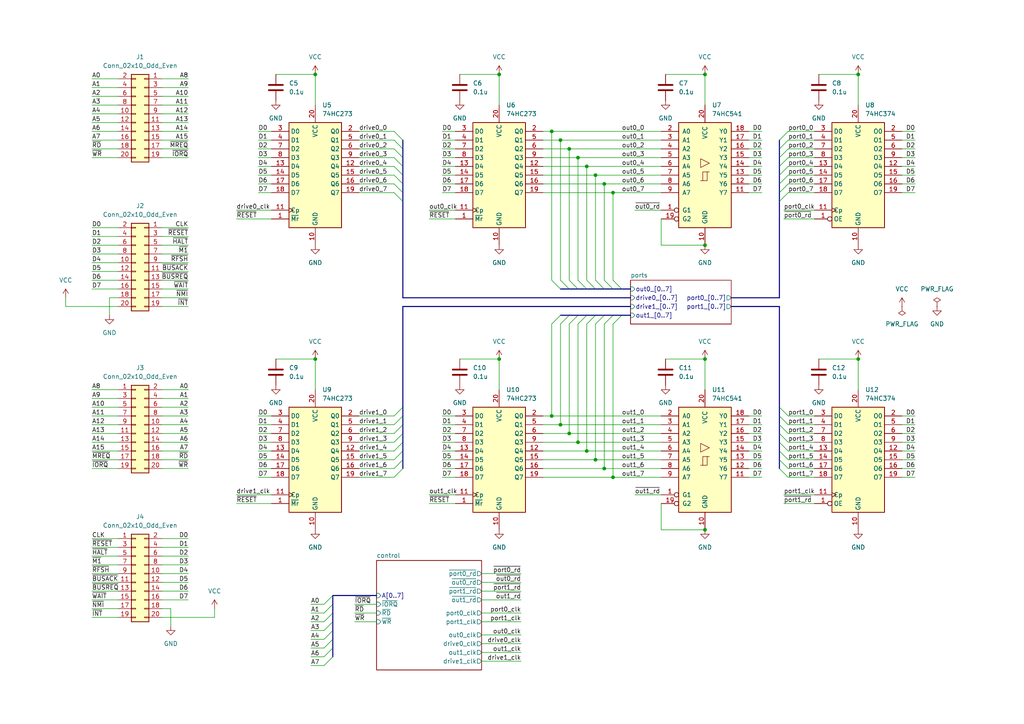
<source format=kicad_sch>
(kicad_sch (version 20211123) (generator eeschema)
  (paper "A4")
  (title_block (title "GPIO Board for Z80") (rev "v1.0"))
  (lib_symbols
    (symbol "74xx:74HC273"
      (property "Reference" "U" (at -7.62 16.51 0))
      (property "Value" "74HC273" (at -7.62 -16.51 0))
      (symbol "74HC273_1_0"
        (pin input line (at -12.7 -12.7 0) (length 5.08) (name "~{Mr}") (number "1"))
        (pin power_in line (at 0 -20.32 90) (length 5.08) (name "GND") (number "10"))
        (pin input clock (at -12.7 -10.16 0) (length 5.08) (name "Cp") (number "11"))
        (pin output line (at 12.7 2.54 180) (length 5.08) (name "Q4") (number "12"))
        (pin input line (at -12.7 2.54 0) (length 5.08) (name "D4") (number "13"))
        (pin input line (at -12.7 0 0) (length 5.08) (name "D5") (number "14"))
        (pin output line (at 12.7 0 180) (length 5.08) (name "Q5") (number "15"))
        (pin output line (at 12.7 -2.54 180) (length 5.08) (name "Q6") (number "16"))
        (pin input line (at -12.7 -2.54 0) (length 5.08) (name "D6") (number "17"))
        (pin input line (at -12.7 -5.08 0) (length 5.08) (name "D7") (number "18"))
        (pin output line (at 12.7 -5.08 180) (length 5.08) (name "Q7") (number "19"))
        (pin output line (at 12.7 12.7 180) (length 5.08) (name "Q0") (number "2"))
        (pin power_in line (at 0 20.32 270) (length 5.08) (name "VCC") (number "20"))
        (pin input line (at -12.7 12.7 0) (length 5.08) (name "D0") (number "3"))
        (pin input line (at -12.7 10.16 0) (length 5.08) (name "D1") (number "4"))
        (pin output line (at 12.7 10.16 180) (length 5.08) (name "Q1") (number "5"))
        (pin output line (at 12.7 7.62 180) (length 5.08) (name "Q2") (number "6"))
        (pin input line (at -12.7 7.62 0) (length 5.08) (name "D2") (number "7"))
        (pin input line (at -12.7 5.08 0) (length 5.08) (name "D3") (number "8"))
        (pin output line (at 12.7 5.08 180) (length 5.08) (name "Q3") (number "9"))
      )
    )
    (symbol "74xx:74HC374"
      (property "Reference" "U" (at -7.62 16.51 0))
      (property "Value" "74HC374" (at -7.62 -16.51 0))
      (symbol "74HC374_1_0"
        (pin input inverted (at -12.7 -12.7 0) (length 5.08) (name "OE") (number "1"))
        (pin power_in line (at 0 -20.32 90) (length 5.08) (name "GND") (number "10"))
        (pin input clock (at -12.7 -10.16 0) (length 5.08) (name "Cp") (number "11"))
        (pin tri_state line (at 12.7 2.54 180) (length 5.08) (name "O4") (number "12"))
        (pin input line (at -12.7 2.54 0) (length 5.08) (name "D4") (number "13"))
        (pin input line (at -12.7 0 0) (length 5.08) (name "D5") (number "14"))
        (pin tri_state line (at 12.7 0 180) (length 5.08) (name "O5") (number "15"))
        (pin tri_state line (at 12.7 -2.54 180) (length 5.08) (name "O6") (number "16"))
        (pin input line (at -12.7 -2.54 0) (length 5.08) (name "D6") (number "17"))
        (pin input line (at -12.7 -5.08 0) (length 5.08) (name "D7") (number "18"))
        (pin tri_state line (at 12.7 -5.08 180) (length 5.08) (name "O7") (number "19"))
        (pin tri_state line (at 12.7 12.7 180) (length 5.08) (name "O0") (number "2"))
        (pin power_in line (at 0 20.32 270) (length 5.08) (name "VCC") (number "20"))
        (pin input line (at -12.7 12.7 0) (length 5.08) (name "D0") (number "3"))
        (pin input line (at -12.7 10.16 0) (length 5.08) (name "D1") (number "4"))
        (pin tri_state line (at 12.7 10.16 180) (length 5.08) (name "O1") (number "5"))
        (pin tri_state line (at 12.7 7.62 180) (length 5.08) (name "O2") (number "6"))
        (pin input line (at -12.7 7.62 0) (length 5.08) (name "D2") (number "7"))
        (pin input line (at -12.7 5.08 0) (length 5.08) (name "D3") (number "8"))
        (pin tri_state line (at 12.7 5.08 180) (length 5.08) (name "O3") (number "9"))
      )
    )
    (symbol "74xx:74LS541" (pin_names (offset 1.016))
      (property "Reference" "U" (at -7.62 16.51 0))
      (property "Value" "74LS541" (at -7.62 -16.51 0))
      (symbol "74LS541_1_0"
        (pin input inverted (at -12.7 -10.16 0) (length 5.08) (name "G1") (number "1"))
        (pin power_in line (at 0 -20.32 90) (length 5.08) (name "GND") (number "10"))
        (pin tri_state line (at 12.7 -5.08 180) (length 5.08) (name "Y7") (number "11"))
        (pin tri_state line (at 12.7 -2.54 180) (length 5.08) (name "Y6") (number "12"))
        (pin tri_state line (at 12.7 0 180) (length 5.08) (name "Y5") (number "13"))
        (pin tri_state line (at 12.7 2.54 180) (length 5.08) (name "Y4") (number "14"))
        (pin tri_state line (at 12.7 5.08 180) (length 5.08) (name "Y3") (number "15"))
        (pin tri_state line (at 12.7 7.62 180) (length 5.08) (name "Y2") (number "16"))
        (pin tri_state line (at 12.7 10.16 180) (length 5.08) (name "Y1") (number "17"))
        (pin tri_state line (at 12.7 12.7 180) (length 5.08) (name "Y0") (number "18"))
        (pin input inverted (at -12.7 -12.7 0) (length 5.08) (name "G2") (number "19"))
        (pin input line (at -12.7 12.7 0) (length 5.08) (name "A0") (number "2"))
        (pin power_in line (at 0 20.32 270) (length 5.08) (name "VCC") (number "20"))
        (pin input line (at -12.7 10.16 0) (length 5.08) (name "A1") (number "3"))
        (pin input line (at -12.7 7.62 0) (length 5.08) (name "A2") (number "4"))
        (pin input line (at -12.7 5.08 0) (length 5.08) (name "A3") (number "5"))
        (pin input line (at -12.7 2.54 0) (length 5.08) (name "A4") (number "6"))
        (pin input line (at -12.7 0 0) (length 5.08) (name "A5") (number "7"))
        (pin input line (at -12.7 -2.54 0) (length 5.08) (name "A6") (number "8"))
        (pin input line (at -12.7 -5.08 0) (length 5.08) (name "A7") (number "9"))
      )
    )
    (symbol "Connector_Generic:Conn_02x10_Odd_Even" (pin_names (offset 1.016) hide)
      (property "Reference" "J" (at 1.27 12.7 0))
      (property "Value" "Conn_02x10_Odd_Even" (at 1.27 -15.24 0))
      (symbol "Conn_02x10_Odd_Even_1_1"
        (pin passive line (at -5.08 10.16 0) (length 3.81) (name "Pin_1") (number "1"))
        (pin passive line (at 7.62 0 180) (length 3.81) (name "Pin_10") (number "10"))
        (pin passive line (at -5.08 -2.54 0) (length 3.81) (name "Pin_11") (number "11"))
        (pin passive line (at 7.62 -2.54 180) (length 3.81) (name "Pin_12") (number "12"))
        (pin passive line (at -5.08 -5.08 0) (length 3.81) (name "Pin_13") (number "13"))
        (pin passive line (at 7.62 -5.08 180) (length 3.81) (name "Pin_14") (number "14"))
        (pin passive line (at -5.08 -7.62 0) (length 3.81) (name "Pin_15") (number "15"))
        (pin passive line (at 7.62 -7.62 180) (length 3.81) (name "Pin_16") (number "16"))
        (pin passive line (at -5.08 -10.16 0) (length 3.81) (name "Pin_17") (number "17"))
        (pin passive line (at 7.62 -10.16 180) (length 3.81) (name "Pin_18") (number "18"))
        (pin passive line (at -5.08 -12.7 0) (length 3.81) (name "Pin_19") (number "19"))
        (pin passive line (at 7.62 10.16 180) (length 3.81) (name "Pin_2") (number "2"))
        (pin passive line (at 7.62 -12.7 180) (length 3.81) (name "Pin_20") (number "20"))
        (pin passive line (at -5.08 7.62 0) (length 3.81) (name "Pin_3") (number "3"))
        (pin passive line (at 7.62 7.62 180) (length 3.81) (name "Pin_4") (number "4"))
        (pin passive line (at -5.08 5.08 0) (length 3.81) (name "Pin_5") (number "5"))
        (pin passive line (at 7.62 5.08 180) (length 3.81) (name "Pin_6") (number "6"))
        (pin passive line (at -5.08 2.54 0) (length 3.81) (name "Pin_7") (number "7"))
        (pin passive line (at 7.62 2.54 180) (length 3.81) (name "Pin_8") (number "8"))
        (pin passive line (at -5.08 0 0) (length 3.81) (name "Pin_9") (number "9"))
      )
    )
    (symbol "Device:C" (pin_numbers hide) (pin_names (offset 0.254))
      (property "Reference" "C" (at 0.635 2.54 0))
      (property "Value" "C" (at 0.635 -2.54 0))
      (symbol "C_1_1"
        (pin passive line (at 0 3.81 270) (length 2.794) (name "~") (number "1"))
        (pin passive line (at 0 -3.81 90) (length 2.794) (name "~") (number "2"))
      )
    )
    (symbol "power:GND" (power) (pin_names (offset 0))
      (property "Value" "GND" (at 0 -3.81 0))
      (symbol "GND_1_1"
        (pin power_in line (at 0 0 270) (length 0) hide (name "GND") (number "1"))
      )
    )
    (symbol "power:PWR_FLAG" (power) (pin_numbers hide) (pin_names (offset 0) hide)
      (property "Value" "PWR_FLAG" (at 0 3.81 0))
      (symbol "PWR_FLAG_0_0"
        (pin power_out line (at 0 0 90) (length 0) (name "pwr") (number "1"))
      )
    )
    (symbol "power:VCC" (power) (pin_names (offset 0))
      (property "Value" "VCC" (at 0 3.81 0))
      (symbol "VCC_1_1"
        (pin power_in line (at 0 0 90) (length 0) hide (name "VCC") (number "1"))
      )
    )
  )
  (junction (at 248.92 21.59))
  (junction (at 160.02 120.65))
  (junction (at 162.56 123.19))
  (junction (at 177.8 138.43))
  (junction (at 91.44 21.59))
  (junction (at 170.18 48.26))
  (junction (at 248.92 104.14))
  (junction (at 175.26 135.89))
  (junction (at 204.47 153.67))
  (junction (at 160.02 38.1))
  (junction (at 162.56 40.64))
  (junction (at 177.8 55.88))
  (junction (at 144.78 104.14))
  (junction (at 204.47 71.12))
  (junction (at 165.1 125.73))
  (junction (at 204.47 21.59))
  (junction (at 144.78 21.59))
  (junction (at 204.47 104.14))
  (junction (at 165.1 43.18))
  (junction (at 167.64 45.72))
  (junction (at 91.44 104.14))
  (junction (at 167.64 128.27))
  (junction (at 172.72 133.35))
  (junction (at 170.18 130.81))
  (junction (at 175.26 53.34))
  (junction (at 172.72 50.8))
  (bus_entry (at 170.18 91.44) (size -2.54 2.54))
  (bus_entry (at 228.6 48.26) (size -2.54 2.54))
  (bus_entry (at 228.6 50.8) (size -2.54 2.54))
  (bus_entry (at 96.52 177.8) (size -2.54 2.54))
  (bus_entry (at 165.1 91.44) (size -2.54 2.54))
  (bus_entry (at 114.3 45.72) (size 2.54 2.54))
  (bus_entry (at 167.64 91.44) (size -2.54 2.54))
  (bus_entry (at 167.64 81.28) (size 2.54 2.54))
  (bus_entry (at 165.1 81.28) (size 2.54 2.54))
  (bus_entry (at 162.56 81.28) (size 2.54 2.54))
  (bus_entry (at 160.02 81.28) (size 2.54 2.54))
  (bus_entry (at 170.18 81.28) (size 2.54 2.54))
  (bus_entry (at 177.8 81.28) (size 2.54 2.54))
  (bus_entry (at 175.26 81.28) (size 2.54 2.54))
  (bus_entry (at 172.72 81.28) (size 2.54 2.54))
  (bus_entry (at 96.52 185.42) (size -2.54 2.54))
  (bus_entry (at 114.3 125.73) (size 2.54 -2.54))
  (bus_entry (at 228.6 43.18) (size -2.54 2.54))
  (bus_entry (at 228.6 55.88) (size -2.54 2.54))
  (bus_entry (at 114.3 55.88) (size 2.54 2.54))
  (bus_entry (at 228.6 40.64) (size -2.54 2.54))
  (bus_entry (at 114.3 50.8) (size 2.54 2.54))
  (bus_entry (at 226.06 128.27) (size 2.54 2.54))
  (bus_entry (at 226.06 125.73) (size 2.54 2.54))
  (bus_entry (at 226.06 118.11) (size 2.54 2.54))
  (bus_entry (at 226.06 123.19) (size 2.54 2.54))
  (bus_entry (at 226.06 120.65) (size 2.54 2.54))
  (bus_entry (at 226.06 135.89) (size 2.54 2.54))
  (bus_entry (at 226.06 130.81) (size 2.54 2.54))
  (bus_entry (at 226.06 133.35) (size 2.54 2.54))
  (bus_entry (at 114.3 53.34) (size 2.54 2.54))
  (bus_entry (at 96.52 182.88) (size -2.54 2.54))
  (bus_entry (at 114.3 133.35) (size 2.54 -2.54))
  (bus_entry (at 96.52 190.5) (size -2.54 2.54))
  (bus_entry (at 114.3 135.89) (size 2.54 -2.54))
  (bus_entry (at 228.6 53.34) (size -2.54 2.54))
  (bus_entry (at 96.52 180.34) (size -2.54 2.54))
  (bus_entry (at 180.34 91.44) (size -2.54 2.54))
  (bus_entry (at 114.3 130.81) (size 2.54 -2.54))
  (bus_entry (at 114.3 43.18) (size 2.54 2.54))
  (bus_entry (at 114.3 123.19) (size 2.54 -2.54))
  (bus_entry (at 114.3 48.26) (size 2.54 2.54))
  (bus_entry (at 96.52 187.96) (size -2.54 2.54))
  (bus_entry (at 96.52 172.72) (size -2.54 2.54))
  (bus_entry (at 177.8 91.44) (size -2.54 2.54))
  (bus_entry (at 162.56 91.44) (size -2.54 2.54))
  (bus_entry (at 114.3 128.27) (size 2.54 -2.54))
  (bus_entry (at 96.52 175.26) (size -2.54 2.54))
  (bus_entry (at 114.3 40.64) (size 2.54 2.54))
  (bus_entry (at 228.6 45.72) (size -2.54 2.54))
  (bus_entry (at 175.26 91.44) (size -2.54 2.54))
  (bus_entry (at 114.3 38.1) (size 2.54 2.54))
  (bus_entry (at 228.6 38.1) (size -2.54 2.54))
  (bus_entry (at 172.72 91.44) (size -2.54 2.54))
  (bus_entry (at 114.3 138.43) (size 2.54 -2.54))
  (bus_entry (at 114.3 120.65) (size 2.54 -2.54))
  (wire (pts (xy 261.62 130.81) (xy 265.43 130.81)))
  (wire (pts (xy 175.26 53.34) (xy 175.26 81.28)))
  (wire (pts (xy 54.61 40.64) (xy 46.99 40.64)))
  (wire (pts (xy 104.14 128.27) (xy 114.3 128.27)))
  (wire (pts (xy 167.64 128.27) (xy 191.77 128.27)))
  (bus (pts (xy 96.52 187.96) (xy 96.52 185.42)))
  (wire (pts (xy 26.67 113.03) (xy 34.29 113.03)))
  (wire (pts (xy 124.46 63.5) (xy 132.08 63.5)))
  (wire (pts (xy 54.61 22.86) (xy 46.99 22.86)))
  (wire (pts (xy 139.7 173.99) (xy 151.13 173.99)))
  (wire (pts (xy 167.64 45.72) (xy 167.64 81.28)))
  (wire (pts (xy 261.62 40.64) (xy 265.43 40.64)))
  (wire (pts (xy 228.6 123.19) (xy 236.22 123.19)))
  (bus (pts (xy 116.84 123.19) (xy 116.84 125.73)))
  (wire (pts (xy 228.6 45.72) (xy 236.22 45.72)))
  (wire (pts (xy 217.17 40.64) (xy 220.98 40.64)))
  (wire (pts (xy 90.17 182.88) (xy 93.98 182.88)))
  (wire (pts (xy 217.17 133.35) (xy 220.98 133.35)))
  (wire (pts (xy 26.67 123.19) (xy 34.29 123.19)))
  (wire (pts (xy 217.17 123.19) (xy 220.98 123.19)))
  (wire (pts (xy 46.99 118.11) (xy 54.61 118.11)))
  (wire (pts (xy 26.67 173.99) (xy 34.29 173.99)))
  (wire (pts (xy 228.6 40.64) (xy 236.22 40.64)))
  (wire (pts (xy 26.67 158.75) (xy 34.29 158.75)))
  (wire (pts (xy 46.99 176.53) (xy 49.53 176.53)))
  (wire (pts (xy 46.99 163.83) (xy 54.61 163.83)))
  (wire (pts (xy 26.67 168.91) (xy 34.29 168.91)))
  (wire (pts (xy 132.08 53.34) (xy 128.27 53.34)))
  (wire (pts (xy 175.26 93.98) (xy 175.26 135.89)))
  (bus (pts (xy 177.8 91.44) (xy 180.34 91.44)))
  (wire (pts (xy 104.14 55.88) (xy 114.3 55.88)))
  (wire (pts (xy 227.33 143.51) (xy 236.22 143.51)))
  (wire (pts (xy 34.29 68.58) (xy 26.67 68.58)))
  (wire (pts (xy 228.6 138.43) (xy 236.22 138.43)))
  (wire (pts (xy 261.62 135.89) (xy 265.43 135.89)))
  (wire (pts (xy 132.08 128.27) (xy 128.27 128.27)))
  (bus (pts (xy 226.06 53.34) (xy 226.06 55.88)))
  (wire (pts (xy 26.67 130.81) (xy 34.29 130.81)))
  (wire (pts (xy 34.29 25.4) (xy 26.67 25.4)))
  (wire (pts (xy 261.62 125.73) (xy 265.43 125.73)))
  (bus (pts (xy 226.06 43.18) (xy 226.06 45.72)))
  (bus (pts (xy 116.84 50.8) (xy 116.84 53.34)))
  (wire (pts (xy 26.67 171.45) (xy 34.29 171.45)))
  (bus (pts (xy 165.1 91.44) (xy 167.64 91.44)))
  (wire (pts (xy 261.62 123.19) (xy 265.43 123.19)))
  (bus (pts (xy 226.06 50.8) (xy 226.06 53.34)))
  (wire (pts (xy 139.7 184.15) (xy 151.13 184.15)))
  (wire (pts (xy 46.99 125.73) (xy 54.61 125.73)))
  (wire (pts (xy 132.08 40.64) (xy 128.27 40.64)))
  (wire (pts (xy 34.29 81.28) (xy 26.67 81.28)))
  (wire (pts (xy 34.29 33.02) (xy 26.67 33.02)))
  (wire (pts (xy 165.1 93.98) (xy 165.1 125.73)))
  (wire (pts (xy 217.17 135.89) (xy 220.98 135.89)))
  (wire (pts (xy 261.62 133.35) (xy 265.43 133.35)))
  (wire (pts (xy 34.29 30.48) (xy 26.67 30.48)))
  (wire (pts (xy 170.18 130.81) (xy 191.77 130.81)))
  (wire (pts (xy 170.18 93.98) (xy 170.18 130.81)))
  (wire (pts (xy 228.6 135.89) (xy 236.22 135.89)))
  (wire (pts (xy 68.58 143.51) (xy 78.74 143.51)))
  (wire (pts (xy 54.61 71.12) (xy 46.99 71.12)))
  (wire (pts (xy 132.08 133.35) (xy 128.27 133.35)))
  (wire (pts (xy 160.02 93.98) (xy 160.02 120.65)))
  (wire (pts (xy 54.61 45.72) (xy 46.99 45.72)))
  (wire (pts (xy 157.48 135.89) (xy 175.26 135.89)))
  (wire (pts (xy 157.48 40.64) (xy 162.56 40.64)))
  (bus (pts (xy 182.88 88.9) (xy 116.84 88.9)))
  (wire (pts (xy 54.61 30.48) (xy 46.99 30.48)))
  (wire (pts (xy 132.08 123.19) (xy 128.27 123.19)))
  (wire (pts (xy 90.17 177.8) (xy 93.98 177.8)))
  (wire (pts (xy 139.7 171.45) (xy 151.13 171.45)))
  (wire (pts (xy 46.99 123.19) (xy 54.61 123.19)))
  (wire (pts (xy 139.7 177.8) (xy 151.13 177.8)))
  (wire (pts (xy 157.48 53.34) (xy 175.26 53.34)))
  (bus (pts (xy 116.84 43.18) (xy 116.84 45.72)))
  (wire (pts (xy 46.99 120.65) (xy 54.61 120.65)))
  (wire (pts (xy 228.6 48.26) (xy 236.22 48.26)))
  (bus (pts (xy 116.84 55.88) (xy 116.84 58.42)))
  (wire (pts (xy 54.61 66.04) (xy 46.99 66.04)))
  (wire (pts (xy 91.44 104.14) (xy 91.44 113.03)))
  (wire (pts (xy 132.08 138.43) (xy 128.27 138.43)))
  (bus (pts (xy 96.52 172.72) (xy 109.22 172.72)))
  (bus (pts (xy 165.1 83.82) (xy 167.64 83.82)))
  (wire (pts (xy 78.74 133.35) (xy 74.93 133.35)))
  (wire (pts (xy 139.7 168.91) (xy 151.13 168.91)))
  (wire (pts (xy 26.67 163.83) (xy 34.29 163.83)))
  (wire (pts (xy 193.04 21.59) (xy 204.47 21.59)))
  (wire (pts (xy 34.29 35.56) (xy 26.67 35.56)))
  (wire (pts (xy 157.48 133.35) (xy 172.72 133.35)))
  (wire (pts (xy 104.14 40.64) (xy 114.3 40.64)))
  (wire (pts (xy 228.6 120.65) (xy 236.22 120.65)))
  (wire (pts (xy 34.29 22.86) (xy 26.67 22.86)))
  (wire (pts (xy 78.74 55.88) (xy 74.93 55.88)))
  (bus (pts (xy 170.18 91.44) (xy 172.72 91.44)))
  (wire (pts (xy 104.14 120.65) (xy 114.3 120.65)))
  (wire (pts (xy 175.26 135.89) (xy 191.77 135.89)))
  (wire (pts (xy 46.99 168.91) (xy 54.61 168.91)))
  (wire (pts (xy 78.74 125.73) (xy 74.93 125.73)))
  (wire (pts (xy 157.48 48.26) (xy 170.18 48.26)))
  (wire (pts (xy 157.48 128.27) (xy 167.64 128.27)))
  (bus (pts (xy 116.84 133.35) (xy 116.84 135.89)))
  (bus (pts (xy 116.84 45.72) (xy 116.84 48.26)))
  (bus (pts (xy 226.06 45.72) (xy 226.06 48.26)))
  (wire (pts (xy 204.47 104.14) (xy 204.47 113.03)))
  (wire (pts (xy 228.6 50.8) (xy 236.22 50.8)))
  (wire (pts (xy 228.6 43.18) (xy 236.22 43.18)))
  (wire (pts (xy 162.56 40.64) (xy 191.77 40.64)))
  (wire (pts (xy 26.67 161.29) (xy 34.29 161.29)))
  (wire (pts (xy 162.56 93.98) (xy 162.56 123.19)))
  (wire (pts (xy 167.64 45.72) (xy 191.77 45.72)))
  (bus (pts (xy 175.26 91.44) (xy 177.8 91.44)))
  (wire (pts (xy 68.58 60.96) (xy 78.74 60.96)))
  (wire (pts (xy 78.74 48.26) (xy 74.93 48.26)))
  (wire (pts (xy 34.29 38.1) (xy 26.67 38.1)))
  (wire (pts (xy 90.17 185.42) (xy 93.98 185.42)))
  (wire (pts (xy 204.47 21.59) (xy 204.47 30.48)))
  (wire (pts (xy 90.17 175.26) (xy 93.98 175.26)))
  (wire (pts (xy 217.17 55.88) (xy 220.98 55.88)))
  (wire (pts (xy 68.58 146.05) (xy 78.74 146.05)))
  (wire (pts (xy 62.23 176.53) (xy 62.23 179.07)))
  (wire (pts (xy 144.78 104.14) (xy 144.78 113.03)))
  (wire (pts (xy 34.29 83.82) (xy 26.67 83.82)))
  (wire (pts (xy 46.99 133.35) (xy 54.61 133.35)))
  (bus (pts (xy 180.34 91.44) (xy 182.88 91.44)))
  (wire (pts (xy 133.35 104.14) (xy 144.78 104.14)))
  (wire (pts (xy 78.74 130.81) (xy 74.93 130.81)))
  (wire (pts (xy 54.61 86.36) (xy 46.99 86.36)))
  (wire (pts (xy 237.49 21.59) (xy 248.92 21.59)))
  (bus (pts (xy 226.06 128.27) (xy 226.06 125.73)))
  (bus (pts (xy 167.64 83.82) (xy 170.18 83.82)))
  (wire (pts (xy 104.14 38.1) (xy 114.3 38.1)))
  (wire (pts (xy 26.67 128.27) (xy 34.29 128.27)))
  (wire (pts (xy 261.62 38.1) (xy 265.43 38.1)))
  (wire (pts (xy 46.99 135.89) (xy 54.61 135.89)))
  (wire (pts (xy 104.14 133.35) (xy 114.3 133.35)))
  (wire (pts (xy 78.74 128.27) (xy 74.93 128.27)))
  (wire (pts (xy 102.87 180.34) (xy 109.22 180.34)))
  (wire (pts (xy 46.99 158.75) (xy 54.61 158.75)))
  (wire (pts (xy 217.17 53.34) (xy 220.98 53.34)))
  (wire (pts (xy 124.46 60.96) (xy 132.08 60.96)))
  (wire (pts (xy 162.56 40.64) (xy 162.56 81.28)))
  (wire (pts (xy 228.6 125.73) (xy 236.22 125.73)))
  (wire (pts (xy 172.72 50.8) (xy 191.77 50.8)))
  (wire (pts (xy 133.35 21.59) (xy 144.78 21.59)))
  (wire (pts (xy 46.99 156.21) (xy 54.61 156.21)))
  (wire (pts (xy 54.61 73.66) (xy 46.99 73.66)))
  (wire (pts (xy 217.17 125.73) (xy 220.98 125.73)))
  (bus (pts (xy 96.52 175.26) (xy 96.52 172.72)))
  (wire (pts (xy 248.92 104.14) (xy 248.92 113.03)))
  (wire (pts (xy 54.61 38.1) (xy 46.99 38.1)))
  (wire (pts (xy 34.29 66.04) (xy 26.67 66.04)))
  (wire (pts (xy 261.62 138.43) (xy 265.43 138.43)))
  (wire (pts (xy 228.6 55.88) (xy 236.22 55.88)))
  (wire (pts (xy 54.61 43.18) (xy 46.99 43.18)))
  (wire (pts (xy 160.02 38.1) (xy 160.02 81.28)))
  (wire (pts (xy 228.6 130.81) (xy 236.22 130.81)))
  (wire (pts (xy 26.67 120.65) (xy 34.29 120.65)))
  (wire (pts (xy 261.62 48.26) (xy 265.43 48.26)))
  (wire (pts (xy 132.08 50.8) (xy 128.27 50.8)))
  (wire (pts (xy 90.17 193.04) (xy 93.98 193.04)))
  (wire (pts (xy 54.61 27.94) (xy 46.99 27.94)))
  (bus (pts (xy 96.52 185.42) (xy 96.52 182.88)))
  (wire (pts (xy 46.99 173.99) (xy 54.61 173.99)))
  (wire (pts (xy 167.64 93.98) (xy 167.64 128.27)))
  (wire (pts (xy 184.15 143.51) (xy 191.77 143.51)))
  (wire (pts (xy 104.14 53.34) (xy 114.3 53.34)))
  (wire (pts (xy 132.08 125.73) (xy 128.27 125.73)))
  (bus (pts (xy 175.26 83.82) (xy 177.8 83.82)))
  (wire (pts (xy 228.6 53.34) (xy 236.22 53.34)))
  (wire (pts (xy 191.77 71.12) (xy 204.47 71.12)))
  (bus (pts (xy 116.84 88.9) (xy 116.84 118.11)))
  (wire (pts (xy 139.7 189.23) (xy 151.13 189.23)))
  (wire (pts (xy 54.61 35.56) (xy 46.99 35.56)))
  (bus (pts (xy 226.06 133.35) (xy 226.06 130.81)))
  (wire (pts (xy 144.78 21.59) (xy 144.78 30.48)))
  (wire (pts (xy 104.14 125.73) (xy 114.3 125.73)))
  (wire (pts (xy 157.48 120.65) (xy 160.02 120.65)))
  (wire (pts (xy 91.44 21.59) (xy 91.44 30.48)))
  (wire (pts (xy 54.61 25.4) (xy 46.99 25.4)))
  (wire (pts (xy 132.08 43.18) (xy 128.27 43.18)))
  (bus (pts (xy 226.06 118.11) (xy 226.06 88.9)))
  (wire (pts (xy 157.48 45.72) (xy 167.64 45.72)))
  (wire (pts (xy 172.72 50.8) (xy 172.72 81.28)))
  (wire (pts (xy 80.01 21.59) (xy 91.44 21.59)))
  (wire (pts (xy 31.75 86.36) (xy 31.75 91.44)))
  (wire (pts (xy 217.17 50.8) (xy 220.98 50.8)))
  (wire (pts (xy 172.72 93.98) (xy 172.72 133.35)))
  (wire (pts (xy 139.7 191.77) (xy 151.13 191.77)))
  (wire (pts (xy 26.67 118.11) (xy 34.29 118.11)))
  (wire (pts (xy 78.74 53.34) (xy 74.93 53.34)))
  (bus (pts (xy 212.09 88.9) (xy 226.06 88.9)))
  (wire (pts (xy 78.74 135.89) (xy 74.93 135.89)))
  (wire (pts (xy 54.61 83.82) (xy 46.99 83.82)))
  (wire (pts (xy 78.74 38.1) (xy 74.93 38.1)))
  (wire (pts (xy 191.77 153.67) (xy 204.47 153.67)))
  (bus (pts (xy 116.84 58.42) (xy 116.84 86.36)))
  (bus (pts (xy 226.06 130.81) (xy 226.06 128.27)))
  (wire (pts (xy 104.14 130.81) (xy 114.3 130.81)))
  (wire (pts (xy 46.99 113.03) (xy 54.61 113.03)))
  (wire (pts (xy 78.74 120.65) (xy 74.93 120.65)))
  (wire (pts (xy 54.61 68.58) (xy 46.99 68.58)))
  (wire (pts (xy 34.29 86.36) (xy 31.75 86.36)))
  (wire (pts (xy 34.29 27.94) (xy 26.67 27.94)))
  (wire (pts (xy 191.77 146.05) (xy 191.77 153.67)))
  (wire (pts (xy 157.48 123.19) (xy 162.56 123.19)))
  (bus (pts (xy 116.84 118.11) (xy 116.84 120.65)))
  (wire (pts (xy 26.67 115.57) (xy 34.29 115.57)))
  (wire (pts (xy 157.48 38.1) (xy 160.02 38.1)))
  (bus (pts (xy 226.06 55.88) (xy 226.06 58.42)))
  (wire (pts (xy 34.29 40.64) (xy 26.67 40.64)))
  (bus (pts (xy 212.09 86.36) (xy 226.06 86.36)))
  (bus (pts (xy 226.06 40.64) (xy 226.06 43.18)))
  (wire (pts (xy 228.6 133.35) (xy 236.22 133.35)))
  (bus (pts (xy 96.52 177.8) (xy 96.52 175.26)))
  (wire (pts (xy 261.62 50.8) (xy 265.43 50.8)))
  (wire (pts (xy 217.17 48.26) (xy 220.98 48.26)))
  (wire (pts (xy 102.87 175.26) (xy 109.22 175.26)))
  (wire (pts (xy 78.74 40.64) (xy 74.93 40.64)))
  (wire (pts (xy 90.17 187.96) (xy 93.98 187.96)))
  (wire (pts (xy 261.62 43.18) (xy 265.43 43.18)))
  (wire (pts (xy 175.26 53.34) (xy 191.77 53.34)))
  (bus (pts (xy 226.06 58.42) (xy 226.06 86.36)))
  (wire (pts (xy 104.14 48.26) (xy 114.3 48.26)))
  (wire (pts (xy 217.17 130.81) (xy 220.98 130.81)))
  (wire (pts (xy 217.17 45.72) (xy 220.98 45.72)))
  (bus (pts (xy 116.84 86.36) (xy 182.88 86.36)))
  (wire (pts (xy 261.62 45.72) (xy 265.43 45.72)))
  (wire (pts (xy 157.48 138.43) (xy 177.8 138.43)))
  (wire (pts (xy 217.17 120.65) (xy 220.98 120.65)))
  (wire (pts (xy 191.77 63.5) (xy 191.77 71.12)))
  (bus (pts (xy 116.84 125.73) (xy 116.84 128.27)))
  (wire (pts (xy 34.29 71.12) (xy 26.67 71.12)))
  (wire (pts (xy 34.29 43.18) (xy 26.67 43.18)))
  (wire (pts (xy 162.56 123.19) (xy 191.77 123.19)))
  (wire (pts (xy 90.17 180.34) (xy 93.98 180.34)))
  (wire (pts (xy 165.1 43.18) (xy 191.77 43.18)))
  (wire (pts (xy 132.08 48.26) (xy 128.27 48.26)))
  (bus (pts (xy 172.72 91.44) (xy 175.26 91.44)))
  (wire (pts (xy 237.49 104.14) (xy 248.92 104.14)))
  (bus (pts (xy 116.84 48.26) (xy 116.84 50.8)))
  (wire (pts (xy 19.05 86.36) (xy 19.05 88.9)))
  (wire (pts (xy 34.29 88.9) (xy 19.05 88.9)))
  (wire (pts (xy 132.08 120.65) (xy 128.27 120.65)))
  (wire (pts (xy 46.99 179.07) (xy 62.23 179.07)))
  (wire (pts (xy 34.29 73.66) (xy 26.67 73.66)))
  (bus (pts (xy 167.64 91.44) (xy 170.18 91.44)))
  (wire (pts (xy 172.72 133.35) (xy 191.77 133.35)))
  (wire (pts (xy 26.67 156.21) (xy 34.29 156.21)))
  (wire (pts (xy 26.67 179.07) (xy 34.29 179.07)))
  (wire (pts (xy 157.48 50.8) (xy 172.72 50.8)))
  (wire (pts (xy 227.33 60.96) (xy 236.22 60.96)))
  (wire (pts (xy 227.33 146.05) (xy 236.22 146.05)))
  (wire (pts (xy 157.48 43.18) (xy 165.1 43.18)))
  (wire (pts (xy 34.29 45.72) (xy 26.67 45.72)))
  (bus (pts (xy 226.06 125.73) (xy 226.06 123.19)))
  (wire (pts (xy 90.17 190.5) (xy 93.98 190.5)))
  (bus (pts (xy 170.18 83.82) (xy 172.72 83.82)))
  (wire (pts (xy 193.04 104.14) (xy 204.47 104.14)))
  (wire (pts (xy 46.99 115.57) (xy 54.61 115.57)))
  (wire (pts (xy 26.67 135.89) (xy 34.29 135.89)))
  (wire (pts (xy 177.8 93.98) (xy 177.8 138.43)))
  (wire (pts (xy 26.67 133.35) (xy 34.29 133.35)))
  (wire (pts (xy 139.7 186.69) (xy 151.13 186.69)))
  (bus (pts (xy 177.8 83.82) (xy 180.34 83.82)))
  (wire (pts (xy 228.6 38.1) (xy 236.22 38.1)))
  (wire (pts (xy 261.62 55.88) (xy 265.43 55.88)))
  (wire (pts (xy 177.8 138.43) (xy 191.77 138.43)))
  (bus (pts (xy 116.84 40.64) (xy 116.84 43.18)))
  (wire (pts (xy 34.29 78.74) (xy 26.67 78.74)))
  (bus (pts (xy 226.06 120.65) (xy 226.06 118.11)))
  (wire (pts (xy 54.61 33.02) (xy 46.99 33.02)))
  (wire (pts (xy 261.62 53.34) (xy 265.43 53.34)))
  (wire (pts (xy 124.46 146.05) (xy 132.08 146.05)))
  (wire (pts (xy 160.02 38.1) (xy 191.77 38.1)))
  (bus (pts (xy 226.06 48.26) (xy 226.06 50.8)))
  (wire (pts (xy 26.67 176.53) (xy 34.29 176.53)))
  (wire (pts (xy 132.08 55.88) (xy 128.27 55.88)))
  (wire (pts (xy 54.61 78.74) (xy 46.99 78.74)))
  (wire (pts (xy 49.53 176.53) (xy 49.53 181.61)))
  (wire (pts (xy 104.14 50.8) (xy 114.3 50.8)))
  (wire (pts (xy 177.8 55.88) (xy 177.8 81.28)))
  (bus (pts (xy 116.84 120.65) (xy 116.84 123.19)))
  (wire (pts (xy 78.74 123.19) (xy 74.93 123.19)))
  (wire (pts (xy 160.02 120.65) (xy 191.77 120.65)))
  (wire (pts (xy 157.48 55.88) (xy 177.8 55.88)))
  (wire (pts (xy 132.08 45.72) (xy 128.27 45.72)))
  (wire (pts (xy 132.08 135.89) (xy 128.27 135.89)))
  (wire (pts (xy 261.62 120.65) (xy 265.43 120.65)))
  (wire (pts (xy 26.67 166.37) (xy 34.29 166.37)))
  (bus (pts (xy 96.52 190.5) (xy 96.52 187.96)))
  (wire (pts (xy 217.17 128.27) (xy 220.98 128.27)))
  (wire (pts (xy 177.8 55.88) (xy 191.77 55.88)))
  (bus (pts (xy 226.06 123.19) (xy 226.06 120.65)))
  (bus (pts (xy 162.56 91.44) (xy 165.1 91.44)))
  (wire (pts (xy 124.46 143.51) (xy 132.08 143.51)))
  (wire (pts (xy 184.15 60.96) (xy 191.77 60.96)))
  (bus (pts (xy 226.06 135.89) (xy 226.06 133.35)))
  (wire (pts (xy 165.1 125.73) (xy 191.77 125.73)))
  (wire (pts (xy 157.48 125.73) (xy 165.1 125.73)))
  (wire (pts (xy 165.1 43.18) (xy 165.1 81.28)))
  (wire (pts (xy 102.87 177.8) (xy 109.22 177.8)))
  (wire (pts (xy 139.7 180.34) (xy 151.13 180.34)))
  (bus (pts (xy 162.56 83.82) (xy 165.1 83.82)))
  (wire (pts (xy 34.29 76.2) (xy 26.67 76.2)))
  (wire (pts (xy 132.08 38.1) (xy 128.27 38.1)))
  (wire (pts (xy 46.99 171.45) (xy 54.61 171.45)))
  (wire (pts (xy 68.58 63.5) (xy 78.74 63.5)))
  (bus (pts (xy 116.84 130.81) (xy 116.84 133.35)))
  (wire (pts (xy 157.48 130.81) (xy 170.18 130.81)))
  (wire (pts (xy 54.61 88.9) (xy 46.99 88.9)))
  (wire (pts (xy 248.92 21.59) (xy 248.92 30.48)))
  (wire (pts (xy 46.99 128.27) (xy 54.61 128.27)))
  (wire (pts (xy 104.14 138.43) (xy 114.3 138.43)))
  (wire (pts (xy 80.01 104.14) (xy 91.44 104.14)))
  (wire (pts (xy 217.17 138.43) (xy 220.98 138.43)))
  (wire (pts (xy 46.99 130.81) (xy 54.61 130.81)))
  (wire (pts (xy 170.18 48.26) (xy 170.18 81.28)))
  (wire (pts (xy 26.67 125.73) (xy 34.29 125.73)))
  (wire (pts (xy 78.74 45.72) (xy 74.93 45.72)))
  (wire (pts (xy 46.99 161.29) (xy 54.61 161.29)))
  (bus (pts (xy 116.84 53.34) (xy 116.84 55.88)))
  (wire (pts (xy 54.61 76.2) (xy 46.99 76.2)))
  (wire (pts (xy 139.7 166.37) (xy 151.13 166.37)))
  (wire (pts (xy 46.99 166.37) (xy 54.61 166.37)))
  (wire (pts (xy 132.08 130.81) (xy 128.27 130.81)))
  (bus (pts (xy 180.34 83.82) (xy 182.88 83.82)))
  (wire (pts (xy 227.33 63.5) (xy 236.22 63.5)))
  (wire (pts (xy 217.17 43.18) (xy 220.98 43.18)))
  (wire (pts (xy 261.62 128.27) (xy 265.43 128.27)))
  (bus (pts (xy 96.52 180.34) (xy 96.52 177.8)))
  (wire (pts (xy 104.14 135.89) (xy 114.3 135.89)))
  (wire (pts (xy 104.14 123.19) (xy 114.3 123.19)))
  (bus (pts (xy 96.52 182.88) (xy 96.52 180.34)))
  (bus (pts (xy 116.84 128.27) (xy 116.84 130.81)))
  (wire (pts (xy 104.14 43.18) (xy 114.3 43.18)))
  (wire (pts (xy 170.18 48.26) (xy 191.77 48.26)))
  (wire (pts (xy 78.74 138.43) (xy 74.93 138.43)))
  (wire (pts (xy 78.74 50.8) (xy 74.93 50.8)))
  (wire (pts (xy 217.17 38.1) (xy 220.98 38.1)))
  (wire (pts (xy 104.14 45.72) (xy 114.3 45.72)))
  (wire (pts (xy 54.61 81.28) (xy 46.99 81.28)))
  (wire (pts (xy 78.74 43.18) (xy 74.93 43.18)))
  (bus (pts (xy 172.72 83.82) (xy 175.26 83.82)))
  (wire (pts (xy 228.6 128.27) (xy 236.22 128.27)))
  (label "port1_clk" (at 227.33 143.51 0))
  (label "~{INT}" (at 54.61 88.9 180))
  (label "D5" (at 220.98 50.8 180))
  (label "D2" (at 128.27 125.73 0))
  (label "D6" (at 265.43 53.34 180))
  (label "A7" (at 54.61 130.81 180))
  (label "D0" (at 265.43 120.65 180))
  (label "port0_clk" (at 151.13 177.8 180))
  (label "A11" (at 26.67 120.65 0))
  (label "drive1_7" (at 104.14 138.43 0))
  (label "port1_4" (at 228.6 130.81 0))
  (label "D4" (at 128.27 130.81 0))
  (label "D7" (at 26.67 83.82 0))
  (label "D5" (at 265.43 133.35 180))
  (label "A4" (at 90.17 185.42 0))
  (label "drive1_4" (at 104.14 130.81 0))
  (label "~{MREQ}" (at 26.67 133.35 0))
  (label "D3" (at 265.43 45.72 180))
  (label "~{INT}" (at 26.67 179.07 0))
  (label "A13" (at 54.61 35.56 180))
  (label "D1" (at 220.98 123.19 180))
  (label "A13" (at 26.67 125.73 0))
  (label "A4" (at 54.61 123.19 180))
  (label "D3" (at 74.93 128.27 0))
  (label "D5" (at 74.93 133.35 0))
  (label "D7" (at 265.43 138.43 180))
  (label "out0_6" (at 180.34 53.34 0))
  (label "port0_clk" (at 227.33 60.96 0))
  (label "CLK" (at 54.61 66.04 180))
  (label "D5" (at 128.27 133.35 0))
  (label "out1_5" (at 180.34 133.35 0))
  (label "A3" (at 90.17 182.88 0))
  (label "out0_clk" (at 151.13 184.15 180))
  (label "~{RESET}" (at 68.58 63.5 0))
  (label "~{WR}" (at 54.61 135.89 180))
  (label "drive0_1" (at 104.14 40.64 0))
  (label "drive0_3" (at 104.14 45.72 0))
  (label "port0_4" (at 228.6 48.26 0))
  (label "D7" (at 220.98 55.88 180))
  (label "~{port0_rd}" (at 151.13 166.37 180))
  (label "D1" (at 220.98 40.64 180))
  (label "D3" (at 128.27 128.27 0))
  (label "port0_5" (at 228.6 50.8 0))
  (label "D3" (at 26.67 73.66 0))
  (label "drive0_2" (at 104.14 43.18 0))
  (label "drive1_1" (at 104.14 123.19 0))
  (label "drive0_7" (at 104.14 55.88 0))
  (label "D6" (at 128.27 53.34 0))
  (label "port1_0" (at 228.6 120.65 0))
  (label "D0" (at 128.27 120.65 0))
  (label "out0_1" (at 180.34 40.64 0))
  (label "out0_clk" (at 124.46 60.96 0))
  (label "A8" (at 54.61 22.86 180))
  (label "~{RD}" (at 26.67 43.18 0))
  (label "~{RD}" (at 54.61 133.35 180))
  (label "~{RD}" (at 102.87 177.8 0))
  (label "drive0_0" (at 104.14 38.1 0))
  (label "drive1_6" (at 104.14 135.89 0))
  (label "A2" (at 90.17 180.34 0))
  (label "D6" (at 220.98 53.34 180))
  (label "A0" (at 90.17 175.26 0))
  (label "D2" (at 74.93 125.73 0))
  (label "~{M1}" (at 26.67 163.83 0))
  (label "~{RESET}" (at 26.67 158.75 0))
  (label "~{HALT}" (at 54.61 71.12 180))
  (label "D3" (at 220.98 45.72 180))
  (label "~{RFSH}" (at 54.61 76.2 180))
  (label "port1_2" (at 228.6 125.73 0))
  (label "D2" (at 220.98 125.73 180))
  (label "A5" (at 90.17 187.96 0))
  (label "D6" (at 220.98 135.89 180))
  (label "A12" (at 54.61 33.02 180))
  (label "A9" (at 54.61 25.4 180))
  (label "~{BUSACK}" (at 26.67 168.91 0))
  (label "~{RESET}" (at 124.46 146.05 0))
  (label "drive0_6" (at 104.14 53.34 0))
  (label "D5" (at 54.61 168.91 180))
  (label "out0_5" (at 180.34 50.8 0))
  (label "D7" (at 265.43 55.88 180))
  (label "~{RESET}" (at 124.46 63.5 0))
  (label "~{port1_rd}" (at 227.33 146.05 0))
  (label "out1_1" (at 180.34 123.19 0))
  (label "D1" (at 265.43 40.64 180))
  (label "D1" (at 26.67 68.58 0))
  (label "drive0_clk" (at 68.58 60.96 0))
  (label "A3" (at 26.67 30.48 0))
  (label "D2" (at 26.67 71.12 0))
  (label "drive1_2" (at 104.14 125.73 0))
  (label "D3" (at 54.61 163.83 180))
  (label "~{HALT}" (at 26.67 161.29 0))
  (label "port1_1" (at 228.6 123.19 0))
  (label "drive1_5" (at 104.14 133.35 0))
  (label "D5" (at 265.43 50.8 180))
  (label "~{WAIT}" (at 26.67 173.99 0))
  (label "A15" (at 26.67 130.81 0))
  (label "drive1_3" (at 104.14 128.27 0))
  (label "D4" (at 265.43 130.81 180))
  (label "D2" (at 265.43 43.18 180))
  (label "out1_clk" (at 151.13 189.23 180))
  (label "CLK" (at 26.67 156.21 0))
  (label "D0" (at 128.27 38.1 0))
  (label "out1_6" (at 180.34 135.89 0))
  (label "drive0_clk" (at 151.13 186.69 180))
  (label "~{M1}" (at 54.61 73.66 180))
  (label "D0" (at 26.67 66.04 0))
  (label "D2" (at 220.98 43.18 180))
  (label "~{out1_rd}" (at 184.15 143.51 0))
  (label "A1" (at 54.61 115.57 180))
  (label "out1_4" (at 180.34 130.81 0))
  (label "A1" (at 90.17 177.8 0))
  (label "D3" (at 128.27 45.72 0))
  (label "~{WR}" (at 102.87 180.34 0))
  (label "A10" (at 54.61 27.94 180))
  (label "drive1_clk" (at 68.58 143.51 0))
  (label "~{IORQ}" (at 54.61 45.72 180))
  (label "~{NMI}" (at 54.61 86.36 180))
  (label "~{RFSH}" (at 26.67 166.37 0))
  (label "out0_7" (at 180.34 55.88 0))
  (label "~{out1_rd}" (at 151.13 173.99 180))
  (label "D1" (at 265.43 123.19 180))
  (label "~{BUSREQ}" (at 26.67 171.45 0))
  (label "A14" (at 54.61 38.1 180))
  (label "A0" (at 54.61 113.03 180))
  (label "D2" (at 54.61 161.29 180))
  (label "D6" (at 26.67 81.28 0))
  (label "~{BUSREQ}" (at 54.61 81.28 180))
  (label "D3" (at 265.43 128.27 180))
  (label "D1" (at 128.27 123.19 0))
  (label "D7" (at 74.93 55.88 0))
  (label "A4" (at 26.67 33.02 0))
  (label "A11" (at 54.61 30.48 180))
  (label "D6" (at 265.43 135.89 180))
  (label "D6" (at 74.93 135.89 0))
  (label "out1_7" (at 180.34 138.43 0))
  (label "D2" (at 74.93 43.18 0))
  (label "~{IORQ}" (at 102.87 175.26 0))
  (label "~{WAIT}" (at 54.61 83.82 180))
  (label "port1_7" (at 228.6 138.43 0))
  (label "port0_1" (at 228.6 40.64 0))
  (label "D4" (at 220.98 130.81 180))
  (label "drive0_5" (at 104.14 50.8 0))
  (label "port0_6" (at 228.6 53.34 0))
  (label "D4" (at 128.27 48.26 0))
  (label "port1_clk" (at 151.13 180.34 180))
  (label "A0" (at 26.67 22.86 0))
  (label "A5" (at 54.61 125.73 180))
  (label "~{port0_rd}" (at 227.33 63.5 0))
  (label "port1_6" (at 228.6 135.89 0))
  (label "D5" (at 220.98 133.35 180))
  (label "A6" (at 54.61 128.27 180))
  (label "D7" (at 128.27 55.88 0))
  (label "D4" (at 26.67 76.2 0))
  (label "~{out0_rd}" (at 151.13 168.91 180))
  (label "A3" (at 54.61 120.65 180))
  (label "D4" (at 54.61 166.37 180))
  (label "D0" (at 265.43 38.1 180))
  (label "out1_3" (at 180.34 128.27 0))
  (label "A7" (at 90.17 193.04 0))
  (label "D2" (at 128.27 43.18 0))
  (label "D6" (at 128.27 135.89 0))
  (label "~{IORQ}" (at 26.67 135.89 0))
  (label "~{WR}" (at 26.67 45.72 0))
  (label "~{BUSACK}" (at 54.61 78.74 180))
  (label "A8" (at 26.67 113.03 0))
  (label "out0_3" (at 180.34 45.72 0))
  (label "A12" (at 26.67 123.19 0))
  (label "D4" (at 74.93 48.26 0))
  (label "port0_2" (at 228.6 43.18 0))
  (label "A10" (at 26.67 118.11 0))
  (label "port1_3" (at 228.6 128.27 0))
  (label "D3" (at 74.93 45.72 0))
  (label "~{NMI}" (at 26.67 176.53 0))
  (label "D2" (at 265.43 125.73 180))
  (label "out0_4" (at 180.34 48.26 0))
  (label "A2" (at 26.67 27.94 0))
  (label "D0" (at 74.93 120.65 0))
  (label "port0_3" (at 228.6 45.72 0))
  (label "D1" (at 74.93 123.19 0))
  (label "out1_2" (at 180.34 125.73 0))
  (label "D0" (at 54.61 156.21 180))
  (label "out1_clk" (at 124.46 143.51 0))
  (label "port1_5" (at 228.6 133.35 0))
  (label "D0" (at 74.93 38.1 0))
  (label "D6" (at 54.61 171.45 180))
  (label "D5" (at 26.67 78.74 0))
  (label "out0_2" (at 180.34 43.18 0))
  (label "D1" (at 54.61 158.75 180))
  (label "A7" (at 26.67 40.64 0))
  (label "~{RESET}" (at 54.61 68.58 180))
  (label "A6" (at 26.67 38.1 0))
  (label "port0_7" (at 228.6 55.88 0))
  (label "D7" (at 220.98 138.43 180))
  (label "D4" (at 265.43 48.26 180))
  (label "D7" (at 128.27 138.43 0))
  (label "D7" (at 54.61 173.99 180))
  (label "D6" (at 74.93 53.34 0))
  (label "A9" (at 26.67 115.57 0))
  (label "drive0_4" (at 104.14 48.26 0))
  (label "~{RESET}" (at 68.58 146.05 0))
  (label "out0_0" (at 180.34 38.1 0))
  (label "D1" (at 74.93 40.64 0))
  (label "D4" (at 74.93 130.81 0))
  (label "~{out0_rd}" (at 184.15 60.96 0))
  (label "~{port1_rd}" (at 151.13 171.45 180))
  (label "A6" (at 90.17 190.5 0))
  (label "D3" (at 220.98 128.27 180))
  (label "A5" (at 26.67 35.56 0))
  (label "D4" (at 220.98 48.26 180))
  (label "D7" (at 74.93 138.43 0))
  (label "D5" (at 128.27 50.8 0))
  (label "A15" (at 54.61 40.64 180))
  (label "D0" (at 220.98 38.1 180))
  (label "D0" (at 220.98 120.65 180))
  (label "A1" (at 26.67 25.4 0))
  (label "A14" (at 26.67 128.27 0))
  (label "D5" (at 74.93 50.8 0))
  (label "drive1_0" (at 104.14 120.65 0))
  (label "port0_0" (at 228.6 38.1 0))
  (label "~{MREQ}" (at 54.61 43.18 180))
  (label "D1" (at 128.27 40.64 0))
  (label "out1_0" (at 180.34 120.65 0))
  (label "A2" (at 54.61 118.11 180))
  (label "drive1_clk" (at 151.13 191.77 180))
  (symbol (lib_id "power:GND") (at 193.04 111.76 0) (mirror y) (unit 1)
    (property "Reference" "#PWR0109" (effects hide))
    (property "Value" "GND" (at 193.04 116.84 0))
  )
  (symbol (lib_id "74xx:74HC273") (at 91.44 133.35 0) (unit 1)
    (property "Reference" "U9" (at 93.4594 113.03 0) (effects (justify left)))
    (property "Value" "74HC273" (at 93.4594 115.57 0) (effects (justify left)))
    (property "Footprint" "Package_DIP:DIP-20_W7.62mm" (effects hide))
    (property "Datasheet" "https://assets.nexperia.com/documents/data-sheet/74HC_HCT273.pdf" (effects hide))
  )
  (symbol (lib_id "power:GND") (at 144.78 71.12 0) (mirror y) (unit 1)
    (property "Reference" "#PWR0104" (effects hide))
    (property "Value" "GND" (at 144.78 76.2 0))
  )
  (symbol (lib_id "power:VCC") (at 204.47 104.14 0) (mirror y) (unit 1)
    (property "Reference" "#PWR0110" (effects hide))
    (property "Value" "VCC" (at 204.47 99.06 0))
  )
  (symbol (lib_id "Device:C") (at 80.01 25.4 0) (unit 1)
    (property "Reference" "C5" (at 83.82 24.1299 0) (effects (justify left)))
    (property "Value" "0.1u" (at 83.82 26.6699 0) (effects (justify left)))
    (property "Footprint" "Capacitor_SMD:C_0805_2012Metric_Pad1.18x1.45mm_HandSolder" (effects hide))
  )
  (symbol (lib_id "Device:C") (at 237.49 107.95 0) (unit 1)
    (property "Reference" "C12" (at 241.3 106.6799 0) (effects (justify left)))
    (property "Value" "0.1u" (at 241.3 109.2199 0) (effects (justify left)))
    (property "Footprint" "Capacitor_SMD:C_0805_2012Metric_Pad1.18x1.45mm_HandSolder" (effects hide))
  )
  (symbol (lib_id "Device:C") (at 237.49 25.4 0) (unit 1)
    (property "Reference" "C8" (at 241.3 24.1299 0) (effects (justify left)))
    (property "Value" "0.1u" (at 241.3 26.6699 0) (effects (justify left)))
    (property "Footprint" "Capacitor_SMD:C_0805_2012Metric_Pad1.18x1.45mm_HandSolder" (effects hide))
  )
  (symbol (lib_id "power:VCC") (at 19.05 86.36 0) (mirror y) (unit 1)
    (property "Reference" "#PWR0107" (effects hide))
    (property "Value" "VCC" (at 19.05 81.28 0))
  )
  (symbol (lib_id "power:VCC") (at 248.92 104.14 0) (mirror y) (unit 1)
    (property "Reference" "#PWR0113" (effects hide))
    (property "Value" "VCC" (at 248.92 99.06 0))
  )
  (symbol (lib_id "power:GND") (at 91.44 71.12 0) (mirror y) (unit 1)
    (property "Reference" "#PWR0103" (effects hide))
    (property "Value" "GND" (at 91.44 76.2 0))
  )
  (symbol (lib_id "power:GND") (at 80.01 29.21 0) (mirror y) (unit 1)
    (property "Reference" "#PWR0101" (effects hide))
    (property "Value" "GND" (at 80.01 34.29 0))
  )
  (symbol (lib_id "74xx:74HC273") (at 144.78 50.8 0) (unit 1)
    (property "Reference" "U6" (at 146.7994 30.48 0) (effects (justify left)))
    (property "Value" "74HC273" (at 146.7994 33.02 0) (effects (justify left)))
    (property "Footprint" "Package_DIP:DIP-20_W7.62mm" (effects hide))
    (property "Datasheet" "https://assets.nexperia.com/documents/data-sheet/74HC_HCT273.pdf" (effects hide))
  )
  (symbol (lib_id "power:GND") (at 49.53 181.61 0) (unit 1)
    (property "Reference" "#PWR0119" (effects hide))
    (property "Value" "GND" (at 49.53 186.69 0))
  )
  (symbol (lib_id "power:GND") (at 80.01 111.76 0) (mirror y) (unit 1)
    (property "Reference" "#PWR0118" (effects hide))
    (property "Value" "GND" (at 80.01 116.84 0))
  )
  (symbol (lib_id "power:GND") (at 133.35 111.76 0) (mirror y) (unit 1)
    (property "Reference" "#PWR0116" (effects hide))
    (property "Value" "GND" (at 133.35 116.84 0))
  )
  (symbol (lib_id "Device:C") (at 133.35 25.4 0) (unit 1)
    (property "Reference" "C6" (at 137.16 24.1299 0) (effects (justify left)))
    (property "Value" "0.1u" (at 137.16 26.6699 0) (effects (justify left)))
    (property "Footprint" "Capacitor_SMD:C_0805_2012Metric_Pad1.18x1.45mm_HandSolder" (effects hide))
  )
  (symbol (lib_id "power:VCC") (at 261.62 88.9 0) (mirror y) (unit 1)
    (property "Reference" "#PWR0124" (effects hide))
    (property "Value" "VCC" (at 261.62 83.82 0))
  )
  (symbol (lib_id "Connector_Generic:Conn_02x10_Odd_Even") (at 41.91 76.2 0) (mirror y) (unit 1)
    (property "Reference" "J2" (at 40.64 59.69 0))
    (property "Value" "Conn_02x10_Odd_Even" (at 40.64 62.23 0))
    (property "Footprint" "Connector_PinSocket_2.54mm:PinSocket_2x10_P2.54mm_Vertical" (effects hide))
  )
  (symbol (lib_id "power:PWR_FLAG") (at 261.62 88.9 0) (mirror x) (unit 1)
    (property "Reference" "#FLG0101" (effects hide))
    (property "Value" "PWR_FLAG" (at 261.62 93.98 0))
  )
  (symbol (lib_id "power:GND") (at 271.78 88.9 0) (mirror y) (unit 1)
    (property "Reference" "#PWR0125" (effects hide))
    (property "Value" "GND" (at 271.78 93.98 0))
  )
  (symbol (lib_id "power:PWR_FLAG") (at 271.78 88.9 0) (unit 1)
    (property "Reference" "#FLG0102" (effects hide))
    (property "Value" "PWR_FLAG" (at 271.78 83.82 0))
  )
  (symbol (lib_id "power:VCC") (at 62.23 176.53 0) (unit 1)
    (property "Reference" "#PWR0120" (effects hide))
    (property "Value" "VCC" (at 62.23 171.45 0))
  )
  (symbol (lib_id "power:VCC") (at 91.44 21.59 0) (mirror y) (unit 1)
    (property "Reference" "#PWR0102" (effects hide))
    (property "Value" "VCC" (at 91.44 16.51 0))
  )
  (symbol (lib_id "74xx:74HC273") (at 91.44 50.8 0) (unit 1)
    (property "Reference" "U5" (at 93.4594 30.48 0) (effects (justify left)))
    (property "Value" "74HC273" (at 93.4594 33.02 0) (effects (justify left)))
    (property "Footprint" "Package_DIP:DIP-20_W7.62mm" (effects hide))
    (property "Datasheet" "https://assets.nexperia.com/documents/data-sheet/74HC_HCT273.pdf" (effects hide))
  )
  (symbol (lib_id "74xx:74LS541") (at 204.47 133.35 0) (unit 1)
    (property "Reference" "U11" (at 206.4894 113.03 0) (effects (justify left)))
    (property "Value" "74HC541" (at 206.4894 115.57 0) (effects (justify left)))
    (property "Footprint" "Package_DIP:DIP-20_W7.62mm" (effects hide))
    (property "Datasheet" "http://www.ti.com/lit/gpn/sn74LS541" (effects hide))
  )
  (symbol (lib_id "power:GND") (at 144.78 153.67 0) (mirror y) (unit 1)
    (property "Reference" "#PWR0122" (effects hide))
    (property "Value" "GND" (at 144.78 158.75 0))
  )
  (symbol (lib_id "Connector_Generic:Conn_02x10_Odd_Even") (at 39.37 166.37 0) (unit 1)
    (property "Reference" "J4" (at 40.64 149.86 0))
    (property "Value" "Conn_02x10_Odd_Even" (at 40.64 152.4 0))
    (property "Footprint" "Connector_PinHeader_2.54mm:PinHeader_2x10_P2.54mm_Vertical" (effects hide))
  )
  (symbol (lib_id "Connector_Generic:Conn_02x10_Odd_Even") (at 41.91 33.02 0) (mirror y) (unit 1)
    (property "Reference" "J1" (at 40.64 16.51 0))
    (property "Value" "Conn_02x10_Odd_Even" (at 40.64 19.05 0))
    (property "Footprint" "Connector_PinSocket_2.54mm:PinSocket_2x10_P2.54mm_Vertical" (effects hide))
  )
  (symbol (lib_id "74xx:74HC374") (at 248.92 133.35 0) (unit 1)
    (property "Reference" "U12" (at 250.9394 113.03 0) (effects (justify left)))
    (property "Value" "74HC374" (at 250.9394 115.57 0) (effects (justify left)))
    (property "Footprint" "Package_DIP:DIP-20_W7.62mm" (effects hide))
    (property "Datasheet" "https://www.ti.com/lit/ds/symlink/cd74hct374.pdf" (effects hide))
  )
  (symbol (lib_id "74xx:74LS541") (at 204.47 50.8 0) (unit 1)
    (property "Reference" "U7" (at 206.4894 30.48 0) (effects (justify left)))
    (property "Value" "74HC541" (at 206.4894 33.02 0) (effects (justify left)))
    (property "Footprint" "Package_DIP:DIP-20_W7.62mm" (effects hide))
    (property "Datasheet" "http://www.ti.com/lit/gpn/sn74LS541" (effects hide))
  )
  (symbol (lib_id "Device:C") (at 80.01 107.95 0) (unit 1)
    (property "Reference" "C9" (at 83.82 106.6799 0) (effects (justify left)))
    (property "Value" "0.1u" (at 83.82 109.2199 0) (effects (justify left)))
    (property "Footprint" "Capacitor_SMD:C_0805_2012Metric_Pad1.18x1.45mm_HandSolder" (effects hide))
  )
  (symbol (lib_id "Device:C") (at 133.35 107.95 0) (unit 1)
    (property "Reference" "C10" (at 137.16 106.6799 0) (effects (justify left)))
    (property "Value" "0.1u" (at 137.16 109.2199 0) (effects (justify left)))
    (property "Footprint" "Capacitor_SMD:C_0805_2012Metric_Pad1.18x1.45mm_HandSolder" (effects hide))
  )
  (symbol (lib_id "power:VCC") (at 144.78 104.14 0) (mirror y) (unit 1)
    (property "Reference" "#PWR0115" (effects hide))
    (property "Value" "VCC" (at 144.78 99.06 0))
  )
  (symbol (lib_id "power:VCC") (at 248.92 21.59 0) (mirror y) (unit 1)
    (property "Reference" "#PWR0129" (effects hide))
    (property "Value" "VCC" (at 248.92 16.51 0))
  )
  (symbol (lib_id "power:GND") (at 237.49 29.21 0) (mirror y) (unit 1)
    (property "Reference" "#PWR0130" (effects hide))
    (property "Value" "GND" (at 237.49 34.29 0))
  )
  (symbol (lib_id "power:GND") (at 248.92 71.12 0) (mirror y) (unit 1)
    (property "Reference" "#PWR0123" (effects hide))
    (property "Value" "GND" (at 248.92 76.2 0))
  )
  (symbol (lib_id "power:GND") (at 31.75 91.44 0) (mirror y) (unit 1)
    (property "Reference" "#PWR0108" (effects hide))
    (property "Value" "GND" (at 31.75 96.52 0))
  )
  (symbol (lib_id "power:VCC") (at 144.78 21.59 0) (mirror y) (unit 1)
    (property "Reference" "#PWR0105" (effects hide))
    (property "Value" "VCC" (at 144.78 16.51 0))
  )
  (symbol (lib_id "power:GND") (at 204.47 153.67 0) (mirror y) (unit 1)
    (property "Reference" "#PWR0111" (effects hide))
    (property "Value" "GND" (at 204.47 158.75 0))
  )
  (symbol (lib_id "power:GND") (at 204.47 71.12 0) (mirror y) (unit 1)
    (property "Reference" "#PWR0126" (effects hide))
    (property "Value" "GND" (at 204.47 76.2 0))
  )
  (symbol (lib_id "power:GND") (at 248.92 153.67 0) (mirror y) (unit 1)
    (property "Reference" "#PWR0112" (effects hide))
    (property "Value" "GND" (at 248.92 158.75 0))
  )
  (symbol (lib_id "power:GND") (at 193.04 29.21 0) (mirror y) (unit 1)
    (property "Reference" "#PWR0127" (effects hide))
    (property "Value" "GND" (at 193.04 34.29 0))
  )
  (symbol (lib_id "power:VCC") (at 91.44 104.14 0) (mirror y) (unit 1)
    (property "Reference" "#PWR0117" (effects hide))
    (property "Value" "VCC" (at 91.44 99.06 0))
  )
  (symbol (lib_id "74xx:74HC273") (at 144.78 133.35 0) (unit 1)
    (property "Reference" "U10" (at 146.7994 113.03 0) (effects (justify left)))
    (property "Value" "74HC273" (at 146.7994 115.57 0) (effects (justify left)))
    (property "Footprint" "Package_DIP:DIP-20_W7.62mm" (effects hide))
    (property "Datasheet" "https://assets.nexperia.com/documents/data-sheet/74HC_HCT273.pdf" (effects hide))
  )
  (symbol (lib_id "power:GND") (at 91.44 153.67 0) (mirror y) (unit 1)
    (property "Reference" "#PWR0121" (effects hide))
    (property "Value" "GND" (at 91.44 158.75 0))
  )
  (symbol (lib_id "power:GND") (at 133.35 29.21 0) (mirror y) (unit 1)
    (property "Reference" "#PWR0106" (effects hide))
    (property "Value" "GND" (at 133.35 34.29 0))
  )
  (symbol (lib_id "Device:C") (at 193.04 107.95 0) (unit 1)
    (property "Reference" "C11" (at 196.85 106.6799 0) (effects (justify left)))
    (property "Value" "0.1u" (at 196.85 109.2199 0) (effects (justify left)))
    (property "Footprint" "Capacitor_SMD:C_0805_2012Metric_Pad1.18x1.45mm_HandSolder" (effects hide))
  )
  (symbol (lib_id "power:GND") (at 237.49 111.76 0) (mirror y) (unit 1)
    (property "Reference" "#PWR0114" (effects hide))
    (property "Value" "GND" (at 237.49 116.84 0))
  )
  (symbol (lib_id "power:VCC") (at 204.47 21.59 0) (mirror y) (unit 1)
    (property "Reference" "#PWR0128" (effects hide))
    (property "Value" "VCC" (at 204.47 16.51 0))
  )
  (symbol (lib_id "Connector_Generic:Conn_02x10_Odd_Even") (at 39.37 123.19 0) (unit 1)
    (property "Reference" "J3" (at 40.64 106.68 0))
    (property "Value" "Conn_02x10_Odd_Even" (at 40.64 109.22 0))
    (property "Footprint" "Connector_PinHeader_2.54mm:PinHeader_2x10_P2.54mm_Vertical" (effects hide))
  )
  (symbol (lib_id "74xx:74HC374") (at 248.92 50.8 0) (unit 1)
    (property "Reference" "U8" (at 250.9394 30.48 0) (effects (justify left)))
    (property "Value" "74HC374" (at 250.9394 33.02 0) (effects (justify left)))
    (property "Footprint" "Package_DIP:DIP-20_W7.62mm" (effects hide))
    (property "Datasheet" "https://www.ti.com/lit/ds/symlink/cd74hct374.pdf" (effects hide))
  )
  (symbol (lib_id "Device:C") (at 193.04 25.4 0) (unit 1)
    (property "Reference" "C7" (at 196.85 24.1299 0) (effects (justify left)))
    (property "Value" "0.1u" (at 196.85 26.6699 0) (effects (justify left)))
    (property "Footprint" "Capacitor_SMD:C_0805_2012Metric_Pad1.18x1.45mm_HandSolder" (effects hide))
  )
  (sheet (at 109.22 162.56) (size 30.48 31.75) (stroke (width 0.1524))
    (property "Sheet name" "control" (at 109.22 161.8484 0) (effects (justify left bottom)))
    (property "Sheet file" "control.kicad_sch" (effects hide))
    (pin "out0_clk" output (at 139.7 184.15 0))
    (pin "drive0_clk" output (at 139.7 186.69 0))
    (pin "drive1_clk" output (at 139.7 191.77 0))
    (pin "~{out1_rd}" output (at 139.7 173.99 0))
    (pin "~{port1_rd}" output (at 139.7 171.45 0))
    (pin "out1_clk" output (at 139.7 189.23 0))
    (pin "~{port0_rd}" output (at 139.7 166.37 0))
    (pin "~{out0_rd}" output (at 139.7 168.91 0))
    (pin "~{IORQ}" input (at 109.22 175.26 180))
    (pin "~{RD}" input (at 109.22 177.8 180))
    (pin "~{WR}" input (at 109.22 180.34 180))
    (pin "A[0..7]" input (at 109.22 172.72 180))
    (pin "port0_clk" output (at 139.7 177.8 0))
    (pin "port1_clk" output (at 139.7 180.34 0))
  )
  (sheet (at 182.88 81.28) (size 29.21 12.7) (stroke (width 0.1524))
    (property "Sheet name" "ports" (at 182.88 80.5684 0) (effects (justify left bottom)))
    (property "Sheet file" "ports.kicad_sch" (effects hide))
    (pin "drive0_[0..7]" input (at 182.88 86.36 180))
    (pin "out0_[0..7]" input (at 182.88 83.82 180))
    (pin "port1_[0..7]" output (at 212.09 88.9 0))
    (pin "drive1_[0..7]" input (at 182.88 88.9 180))
    (pin "out1_[0..7]" input (at 182.88 91.44 180))
    (pin "port0_[0..7]" output (at 212.09 86.36 0))
  )
)
</source>
